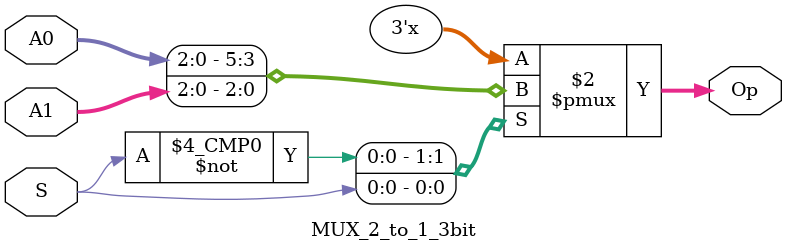
<source format=v>
`timescale 1ns / 1ps


module MUX_2_to_1_3bit (
    input wire [2:0] A0,    // 3-bit input A0
    input wire [2:0] A1,    // 3-bit input A1
    input wire S,           // 1-bit select signal
    output reg [2:0] Op     // 3-bit output Op
);

    always @(*) begin
        case (S)
            1'b0: Op = A0;   // When S is 0, Op gets A0
            1'b1: Op = A1;   // When S is 1, Op gets A1
            default: Op = 3'b000; // Default case (although not expected to reach this point)
        endcase
    end

endmodule

</source>
